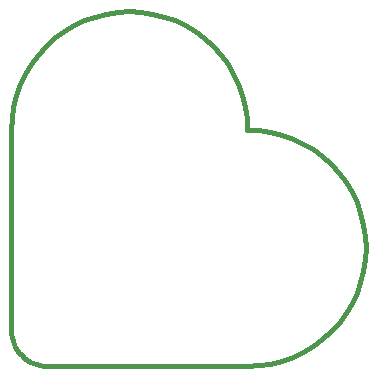
<source format=gko>
%FSLAX33Y33*%
%MOMM*%
%ADD10C,0.381*%
D10*
%LNpath-0*%
G01*
X19500Y0D02*
X19750Y0012D01*
X20000Y0*
X20980Y0048*
X21951Y0192*
X22903Y0431*
X23827Y0761*
X24714Y1181*
X25556Y1685*
X26344Y2270*
X27071Y2929*
X27730Y3656*
X28315Y4444*
X28819Y5286*
X29239Y6173*
X29569Y7097*
X29808Y8049*
X29952Y9020*
X30000Y10000*
X29952Y10980*
X29808Y11951*
X29569Y12903*
X29239Y13827*
X28819Y14714*
X28315Y15556*
X27730Y16344*
X27071Y17071*
X26344Y17730*
X25556Y18315*
X24714Y18819*
X23827Y19239*
X22903Y19569*
X21951Y19808*
X20980Y19952*
X20000Y20000*
X19952Y20980*
X19808Y21951*
X19569Y22903*
X19239Y23827*
X18819Y24714*
X18315Y25556*
X17730Y26344*
X17071Y27071*
X16344Y27730*
X15556Y28315*
X14714Y28819*
X13827Y29239*
X12903Y29569*
X11951Y29808*
X10980Y29952*
X10000Y30000*
X9020Y29952*
X8049Y29808*
X7097Y29569*
X6173Y29239*
X5286Y28819*
X4444Y28315*
X3656Y27730*
X2929Y27071*
X2270Y26344*
X1685Y25556*
X1181Y24714*
X0761Y23827*
X0431Y22903*
X0192Y21951*
X0048Y20980*
X0Y20000*
X0012Y19750*
X0Y19500*
X0Y3000*
X0014Y2706*
X0058Y2415*
X0129Y2129*
X0228Y1852*
X0354Y1586*
X0506Y1333*
X0681Y1097*
X0879Y0879*
X1097Y0681*
X1333Y0506*
X1586Y0354*
X1852Y0228*
X2129Y0129*
X2415Y0058*
X2706Y0014*
X3000Y0*
X19500Y0*
%LNmechanical details_traces*%
M02*
</source>
